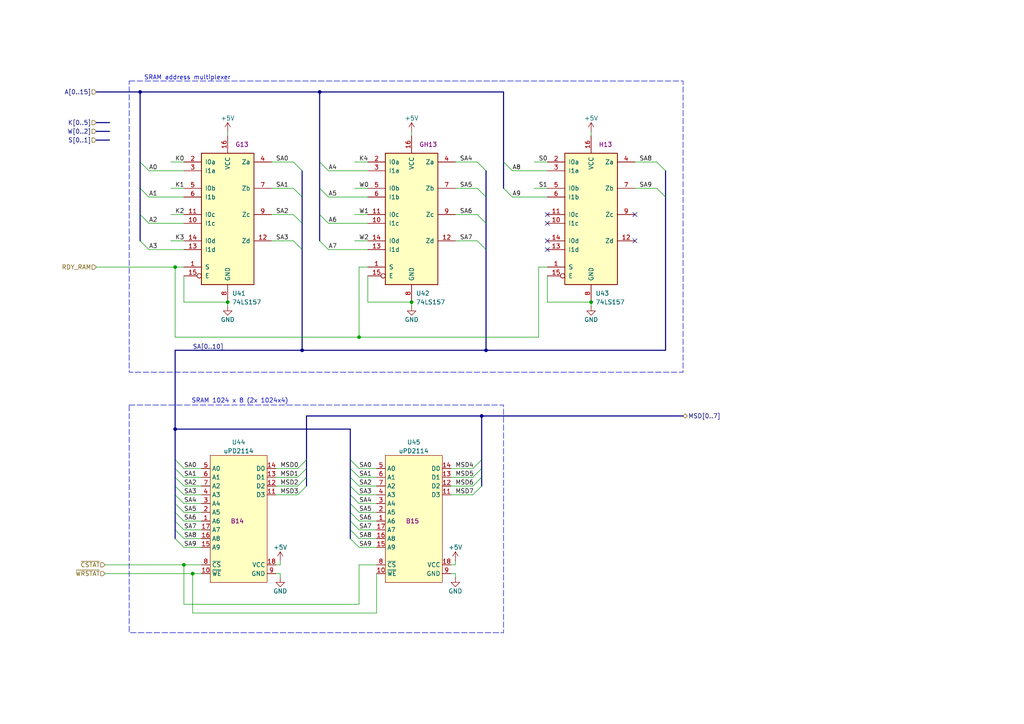
<source format=kicad_sch>
(kicad_sch (version 20250114) (generator "eeschema") (generator_version "9.0")
  (paper "A4")
  (title_block (title "Elwro 800 Junior Rev C - SRAM (video attr) memory") (company "Przemysław Węgrzyn <pwegrzyn@codepainters.com>"))
  (lib_symbols
    (symbol "74xx:74LS157" (pin_names (offset 1.016))
      (property "Reference" "U" (at -7.62 19.05 0))
      (property "Value" "74LS157" (at -7.62 -21.59 0))
      (symbol "74LS157_1_0"
        (pin input line (at -12.7 15.24 0) (length 5.08) (name "I0a") (number "2"))
        (pin input line (at -12.7 12.7 0) (length 5.08) (name "I1a") (number "3"))
        (pin input line (at -12.7 7.62 0) (length 5.08) (name "I0b") (number "5"))
        (pin input line (at -12.7 5.08 0) (length 5.08) (name "I1b") (number "6"))
        (pin input line (at -12.7 0 0) (length 5.08) (name "I0c") (number "11"))
        (pin input line (at -12.7 -2.54 0) (length 5.08) (name "I1c") (number "10"))
        (pin input line (at -12.7 -7.62 0) (length 5.08) (name "I0d") (number "14"))
        (pin input line (at -12.7 -10.16 0) (length 5.08) (name "I1d") (number "13"))
        (pin input line (at -12.7 -15.24 0) (length 5.08) (name "S") (number "1"))
        (pin input inverted (at -12.7 -17.78 0) (length 5.08) (name "E") (number "15"))
        (pin power_in line (at 0 22.86 270) (length 5.08) (name "VCC") (number "16"))
        (pin power_in line (at 0 -25.4 90) (length 5.08) (name "GND") (number "8"))
        (pin output line (at 12.7 15.24 180) (length 5.08) (name "Za") (number "4"))
        (pin output line (at 12.7 7.62 180) (length 5.08) (name "Zb") (number "7"))
        (pin output line (at 12.7 0 180) (length 5.08) (name "Zc") (number "9"))
        (pin output line (at 12.7 -7.62 180) (length 5.08) (name "Zd") (number "12"))
      )
      (symbol "74LS157_1_1"
        (rectangle (start -7.62 17.78) (end 7.62 -20.32) (stroke (width 0.254)) (fill (type background)))
      )
    )
    (symbol "e800j_custom:uPD2114"
      (property "Reference" "U" (at 4.572 1.27 0))
      (symbol "uPD2114_1_1"
        (rectangle (start 0 0) (end 16.51 -36.83) (fill (type background)))
        (pin input line (at -2.54 -3.81 0) (length 2.54) (name "A0") (number "5"))
        (pin input line (at -2.54 -6.35 0) (length 2.54) (name "A1") (number "6"))
        (pin input line (at -2.54 -8.89 0) (length 2.54) (name "A2") (number "7"))
        (pin input line (at -2.54 -11.43 0) (length 2.54) (name "A3") (number "4"))
        (pin input line (at -2.54 -13.97 0) (length 2.54) (name "A4") (number "3"))
        (pin input line (at -2.54 -16.51 0) (length 2.54) (name "A5") (number "2"))
        (pin input line (at -2.54 -19.05 0) (length 2.54) (name "A6") (number "1"))
        (pin input line (at -2.54 -21.59 0) (length 2.54) (name "A7") (number "17"))
        (pin input line (at -2.54 -24.13 0) (length 2.54) (name "A8") (number "16"))
        (pin input line (at -2.54 -26.67 0) (length 2.54) (name "A9") (number "15"))
        (pin input line (at -2.54 -31.75 0) (length 2.54) (name "~{CS}") (number "8"))
        (pin input line (at -2.54 -34.29 0) (length 2.54) (name "~{WE}") (number "10"))
        (pin bidirectional line (at 19.05 -3.81 180) (length 2.54) (name "D0") (number "14"))
        (pin bidirectional line (at 19.05 -6.35 180) (length 2.54) (name "D1") (number "13"))
        (pin bidirectional line (at 19.05 -8.89 180) (length 2.54) (name "D2") (number "12"))
        (pin bidirectional line (at 19.05 -11.43 180) (length 2.54) (name "D3") (number "11"))
        (pin power_in line (at 19.05 -31.75 180) (length 2.54) (name "VCC") (number "18"))
        (pin power_in line (at 19.05 -34.29 180) (length 2.54) (name "GND") (number "9"))
      )
    )
    (symbol "power:+5V" (power) (pin_numbers (hide yes)) (pin_names (offset 0) (hide yes))
      (property "Value" "+5V" (at 0 3.556 0))
      (symbol "+5V_0_1"
        (polyline (pts (xy -0.762 1.27) (xy 0 2.54)))
        (polyline (pts (xy 0 2.54) (xy 0.762 1.27)))
        (polyline (pts (xy 0 0) (xy 0 2.54)))
      )
      (symbol "+5V_1_1"
        (pin power_in line (at 0 0 90) (length 0) (name "~") (number "1"))
      )
    )
    (symbol "power:GND" (power) (pin_numbers (hide yes)) (pin_names (offset 0) (hide yes))
      (property "Value" "GND" (at 0 -3.81 0))
      (symbol "GND_0_1"
        (polyline (pts (xy 0 0) (xy 0 -1.27) (xy 1.27 -1.27) (xy 0 -2.54) (xy -1.27 -1.27) (xy 0 -1.27)))
      )
      (symbol "GND_1_1"
        (pin power_in line (at 0 0 270) (length 0) (name "~") (number "1"))
      )
    )
  )
  (rectangle (start 37.465 117.475) (end 146.05 183.515) (stroke (width 0) (type dash)))
  (rectangle (start 37.465 23.495) (end 198.12 107.95) (stroke (width 0) (type dash)))
  (text "SRAM 1024 x 8 (2x 1024x4)" (at 69.596 116.332 0) (effects (font (size 1.27 1.27))))
  (text "SRAM address multiplexer" (at 54.356 22.606 0) (effects (font (size 1.27 1.27))))
  (junction (at 50.8 124.46))
  (junction (at 104.14 97.79))
  (junction (at 66.04 87.63))
  (junction (at 50.8 77.47))
  (junction (at 92.71 26.67))
  (junction (at 40.64 26.67))
  (junction (at 55.88 166.37))
  (junction (at 140.97 101.6))
  (junction (at 171.45 87.63))
  (junction (at 139.7 120.65))
  (junction (at 53.34 163.83))
  (junction (at 119.38 87.63))
  (junction (at 87.63 101.6))
  (no_connect (at 184.15 62.23))
  (no_connect (at 158.75 72.39))
  (no_connect (at 158.75 64.77))
  (no_connect (at 184.15 69.85))
  (no_connect (at 158.75 62.23))
  (no_connect (at 158.75 69.85))
  (bus_entry (at 92.71 62.23) (size 2.54 2.54))
  (bus_entry (at 92.71 46.99) (size 2.54 2.54))
  (bus_entry (at 138.43 69.85) (size 2.54 2.54))
  (bus_entry (at 85.09 62.23) (size 2.54 2.54))
  (bus_entry (at 190.5 46.99) (size 2.54 2.54))
  (bus_entry (at 50.8 143.51) (size 2.54 2.54))
  (bus_entry (at 137.16 138.43) (size 2.54 -2.54))
  (bus_entry (at 146.05 46.99) (size 2.54 2.54))
  (bus_entry (at 50.8 140.97) (size 2.54 2.54))
  (bus_entry (at 50.8 138.43) (size 2.54 2.54))
  (bus_entry (at 101.6 133.35) (size 2.54 2.54))
  (bus_entry (at 101.6 143.51) (size 2.54 2.54))
  (bus_entry (at 146.05 54.61) (size 2.54 2.54))
  (bus_entry (at 50.8 148.59) (size 2.54 2.54))
  (bus_entry (at 86.36 135.89) (size 2.54 -2.54))
  (bus_entry (at 137.16 140.97) (size 2.54 -2.54))
  (bus_entry (at 101.6 156.21) (size 2.54 2.54))
  (bus_entry (at 40.64 54.61) (size 2.54 2.54))
  (bus_entry (at 101.6 138.43) (size 2.54 2.54))
  (bus_entry (at 50.8 153.67) (size 2.54 2.54))
  (bus_entry (at 101.6 140.97) (size 2.54 2.54))
  (bus_entry (at 40.64 69.85) (size 2.54 2.54))
  (bus_entry (at 101.6 151.13) (size 2.54 2.54))
  (bus_entry (at 101.6 135.89) (size 2.54 2.54))
  (bus_entry (at 40.64 46.99) (size 2.54 2.54))
  (bus_entry (at 101.6 153.67) (size 2.54 2.54))
  (bus_entry (at 190.5 54.61) (size 2.54 2.54))
  (bus_entry (at 50.8 156.21) (size 2.54 2.54))
  (bus_entry (at 92.71 54.61) (size 2.54 2.54))
  (bus_entry (at 86.36 143.51) (size 2.54 -2.54))
  (bus_entry (at 101.6 148.59) (size 2.54 2.54))
  (bus_entry (at 85.09 54.61) (size 2.54 2.54))
  (bus_entry (at 50.8 151.13) (size 2.54 2.54))
  (bus_entry (at 86.36 140.97) (size 2.54 -2.54))
  (bus_entry (at 85.09 69.85) (size 2.54 2.54))
  (bus_entry (at 86.36 138.43) (size 2.54 -2.54))
  (bus_entry (at 138.43 46.99) (size 2.54 2.54))
  (bus_entry (at 137.16 135.89) (size 2.54 -2.54))
  (bus_entry (at 50.8 146.05) (size 2.54 2.54))
  (bus_entry (at 85.09 46.99) (size 2.54 2.54))
  (bus_entry (at 92.71 69.85) (size 2.54 2.54))
  (bus_entry (at 50.8 133.35) (size 2.54 2.54))
  (bus_entry (at 138.43 62.23) (size 2.54 2.54))
  (bus_entry (at 50.8 135.89) (size 2.54 2.54))
  (bus_entry (at 138.43 54.61) (size 2.54 2.54))
  (bus_entry (at 137.16 143.51) (size 2.54 -2.54))
  (bus_entry (at 101.6 146.05) (size 2.54 2.54))
  (bus_entry (at 40.64 62.23) (size 2.54 2.54))
  (wire (pts (xy 78.74 69.85) (xy 85.09 69.85)))
  (bus (pts (xy 88.9 140.97) (xy 88.9 138.43)))
  (wire (pts (xy 104.14 135.89) (xy 109.22 135.89)))
  (wire (pts (xy 80.01 163.83) (xy 81.28 163.83)))
  (wire (pts (xy 104.14 158.75) (xy 109.22 158.75)))
  (wire (pts (xy 50.8 77.47) (xy 50.8 97.79)))
  (bus (pts (xy 101.6 143.51) (xy 101.6 140.97)))
  (bus (pts (xy 101.6 135.89) (xy 101.6 133.35)))
  (wire (pts (xy 55.88 177.8) (xy 55.88 166.37)))
  (bus (pts (xy 139.7 133.35) (xy 139.7 135.89)))
  (wire (pts (xy 130.81 143.51) (xy 137.16 143.51)))
  (bus (pts (xy 101.6 146.05) (xy 101.6 143.51)))
  (bus (pts (xy 50.8 143.51) (xy 50.8 146.05)))
  (bus (pts (xy 50.8 101.6) (xy 50.8 124.46)))
  (wire (pts (xy 109.22 177.8) (xy 55.88 177.8)))
  (bus (pts (xy 101.6 140.97) (xy 101.6 138.43)))
  (wire (pts (xy 132.08 167.64) (xy 132.08 166.37)))
  (bus (pts (xy 140.97 72.39) (xy 140.97 101.6)))
  (wire (pts (xy 132.08 163.83) (xy 132.08 162.56)))
  (wire (pts (xy 49.53 46.99) (xy 53.34 46.99)))
  (bus (pts (xy 101.6 124.46) (xy 50.8 124.46)))
  (wire (pts (xy 43.18 64.77) (xy 53.34 64.77)))
  (bus (pts (xy 87.63 72.39) (xy 87.63 101.6)))
  (wire (pts (xy 132.08 69.85) (xy 138.43 69.85)))
  (bus (pts (xy 193.04 57.15) (xy 193.04 101.6)))
  (wire (pts (xy 104.14 77.47) (xy 106.68 77.47)))
  (wire (pts (xy 66.04 38.1) (xy 66.04 39.37)))
  (bus (pts (xy 27.94 35.56) (xy 31.75 35.56)))
  (bus (pts (xy 101.6 151.13) (xy 101.6 148.59)))
  (wire (pts (xy 55.88 166.37) (xy 58.42 166.37)))
  (wire (pts (xy 104.14 143.51) (xy 109.22 143.51)))
  (wire (pts (xy 95.25 72.39) (xy 106.68 72.39)))
  (wire (pts (xy 53.34 87.63) (xy 66.04 87.63)))
  (wire (pts (xy 50.8 77.47) (xy 53.34 77.47)))
  (wire (pts (xy 184.15 46.99) (xy 190.5 46.99)))
  (wire (pts (xy 78.74 46.99) (xy 85.09 46.99)))
  (wire (pts (xy 53.34 138.43) (xy 58.42 138.43)))
  (wire (pts (xy 130.81 163.83) (xy 132.08 163.83)))
  (wire (pts (xy 81.28 163.83) (xy 81.28 162.56)))
  (wire (pts (xy 109.22 163.83) (xy 104.14 163.83)))
  (bus (pts (xy 50.8 135.89) (xy 50.8 138.43)))
  (bus (pts (xy 88.9 133.35) (xy 88.9 120.65)))
  (bus (pts (xy 193.04 49.53) (xy 193.04 57.15)))
  (wire (pts (xy 184.15 54.61) (xy 190.5 54.61)))
  (bus (pts (xy 87.63 49.53) (xy 87.63 57.15)))
  (wire (pts (xy 156.21 77.47) (xy 156.21 97.79)))
  (wire (pts (xy 43.18 49.53) (xy 53.34 49.53)))
  (wire (pts (xy 104.14 148.59) (xy 109.22 148.59)))
  (bus (pts (xy 87.63 64.77) (xy 87.63 72.39)))
  (wire (pts (xy 132.08 46.99) (xy 138.43 46.99)))
  (wire (pts (xy 53.34 163.83) (xy 58.42 163.83)))
  (wire (pts (xy 104.14 156.21) (xy 109.22 156.21)))
  (wire (pts (xy 30.48 166.37) (xy 55.88 166.37)))
  (wire (pts (xy 102.87 46.99) (xy 106.68 46.99)))
  (wire (pts (xy 158.75 87.63) (xy 171.45 87.63)))
  (wire (pts (xy 49.53 54.61) (xy 53.34 54.61)))
  (wire (pts (xy 171.45 38.1) (xy 171.45 39.37)))
  (wire (pts (xy 53.34 143.51) (xy 58.42 143.51)))
  (bus (pts (xy 101.6 156.21) (xy 101.6 153.67)))
  (wire (pts (xy 104.14 97.79) (xy 50.8 97.79)))
  (wire (pts (xy 109.22 166.37) (xy 109.22 177.8)))
  (bus (pts (xy 101.6 138.43) (xy 101.6 135.89)))
  (wire (pts (xy 104.14 153.67) (xy 109.22 153.67)))
  (bus (pts (xy 139.7 120.65) (xy 139.7 133.35)))
  (wire (pts (xy 53.34 153.67) (xy 58.42 153.67)))
  (bus (pts (xy 139.7 135.89) (xy 139.7 138.43)))
  (bus (pts (xy 50.8 153.67) (xy 50.8 156.21)))
  (wire (pts (xy 81.28 167.64) (xy 81.28 166.37)))
  (wire (pts (xy 49.53 69.85) (xy 53.34 69.85)))
  (bus (pts (xy 146.05 26.67) (xy 146.05 46.99)))
  (wire (pts (xy 27.94 77.47) (xy 50.8 77.47)))
  (bus (pts (xy 50.8 124.46) (xy 50.8 133.35)))
  (wire (pts (xy 104.14 175.26) (xy 53.34 175.26)))
  (wire (pts (xy 80.01 143.51) (xy 86.36 143.51)))
  (bus (pts (xy 87.63 101.6) (xy 50.8 101.6)))
  (wire (pts (xy 53.34 140.97) (xy 58.42 140.97)))
  (wire (pts (xy 132.08 54.61) (xy 138.43 54.61)))
  (bus (pts (xy 140.97 57.15) (xy 140.97 64.77)))
  (wire (pts (xy 49.53 62.23) (xy 53.34 62.23)))
  (bus (pts (xy 146.05 46.99) (xy 146.05 54.61)))
  (wire (pts (xy 158.75 80.01) (xy 158.75 87.63)))
  (wire (pts (xy 106.68 87.63) (xy 119.38 87.63)))
  (wire (pts (xy 43.18 72.39) (xy 53.34 72.39)))
  (wire (pts (xy 106.68 80.01) (xy 106.68 87.63)))
  (bus (pts (xy 88.9 120.65) (xy 139.7 120.65)))
  (wire (pts (xy 156.21 97.79) (xy 104.14 97.79)))
  (wire (pts (xy 30.48 163.83) (xy 53.34 163.83)))
  (bus (pts (xy 92.71 46.99) (xy 92.71 54.61)))
  (bus (pts (xy 87.63 101.6) (xy 140.97 101.6)))
  (bus (pts (xy 50.8 133.35) (xy 50.8 135.89)))
  (bus (pts (xy 140.97 64.77) (xy 140.97 72.39)))
  (wire (pts (xy 53.34 148.59) (xy 58.42 148.59)))
  (bus (pts (xy 101.6 148.59) (xy 101.6 146.05)))
  (wire (pts (xy 104.14 163.83) (xy 104.14 175.26)))
  (bus (pts (xy 40.64 26.67) (xy 40.64 46.99)))
  (wire (pts (xy 104.14 97.79) (xy 104.14 77.47)))
  (bus (pts (xy 88.9 138.43) (xy 88.9 135.89)))
  (wire (pts (xy 148.59 49.53) (xy 158.75 49.53)))
  (wire (pts (xy 158.75 77.47) (xy 156.21 77.47)))
  (wire (pts (xy 95.25 57.15) (xy 106.68 57.15)))
  (bus (pts (xy 87.63 57.15) (xy 87.63 64.77)))
  (wire (pts (xy 53.34 151.13) (xy 58.42 151.13)))
  (wire (pts (xy 53.34 146.05) (xy 58.42 146.05)))
  (wire (pts (xy 104.14 146.05) (xy 109.22 146.05)))
  (wire (pts (xy 53.34 158.75) (xy 58.42 158.75)))
  (bus (pts (xy 27.94 38.1) (xy 31.75 38.1)))
  (bus (pts (xy 139.7 138.43) (xy 139.7 140.97)))
  (wire (pts (xy 148.59 57.15) (xy 158.75 57.15)))
  (wire (pts (xy 104.14 140.97) (xy 109.22 140.97)))
  (bus (pts (xy 139.7 120.65) (xy 198.12 120.65)))
  (wire (pts (xy 80.01 135.89) (xy 86.36 135.89)))
  (bus (pts (xy 101.6 133.35) (xy 101.6 124.46)))
  (wire (pts (xy 53.34 156.21) (xy 58.42 156.21)))
  (wire (pts (xy 130.81 135.89) (xy 137.16 135.89)))
  (wire (pts (xy 154.94 54.61) (xy 158.75 54.61)))
  (bus (pts (xy 92.71 54.61) (xy 92.71 62.23)))
  (bus (pts (xy 50.8 138.43) (xy 50.8 140.97)))
  (wire (pts (xy 95.25 49.53) (xy 106.68 49.53)))
  (wire (pts (xy 130.81 140.97) (xy 137.16 140.97)))
  (wire (pts (xy 102.87 54.61) (xy 106.68 54.61)))
  (wire (pts (xy 80.01 140.97) (xy 86.36 140.97)))
  (wire (pts (xy 154.94 46.99) (xy 158.75 46.99)))
  (bus (pts (xy 40.64 69.85) (xy 40.64 62.23)))
  (wire (pts (xy 102.87 69.85) (xy 106.68 69.85)))
  (wire (pts (xy 95.25 64.77) (xy 106.68 64.77)))
  (wire (pts (xy 78.74 62.23) (xy 85.09 62.23)))
  (bus (pts (xy 50.8 140.97) (xy 50.8 143.51)))
  (wire (pts (xy 132.08 166.37) (xy 130.81 166.37)))
  (wire (pts (xy 130.81 138.43) (xy 137.16 138.43)))
  (bus (pts (xy 88.9 135.89) (xy 88.9 133.35)))
  (wire (pts (xy 53.34 80.01) (xy 53.34 87.63)))
  (bus (pts (xy 40.64 54.61) (xy 40.64 46.99)))
  (wire (pts (xy 80.01 138.43) (xy 86.36 138.43)))
  (bus (pts (xy 40.64 26.67) (xy 92.71 26.67)))
  (bus (pts (xy 92.71 26.67) (xy 146.05 26.67)))
  (bus (pts (xy 27.94 40.64) (xy 31.75 40.64)))
  (bus (pts (xy 140.97 49.53) (xy 140.97 57.15)))
  (wire (pts (xy 132.08 62.23) (xy 138.43 62.23)))
  (wire (pts (xy 104.14 151.13) (xy 109.22 151.13)))
  (bus (pts (xy 40.64 62.23) (xy 40.64 54.61)))
  (bus (pts (xy 50.8 151.13) (xy 50.8 153.67)))
  (wire (pts (xy 53.34 175.26) (xy 53.34 163.83)))
  (wire (pts (xy 119.38 87.63) (xy 119.38 88.9)))
  (bus (pts (xy 50.8 148.59) (xy 50.8 151.13)))
  (wire (pts (xy 78.74 54.61) (xy 85.09 54.61)))
  (wire (pts (xy 81.28 166.37) (xy 80.01 166.37)))
  (wire (pts (xy 53.34 135.89) (xy 58.42 135.89)))
  (wire (pts (xy 104.14 138.43) (xy 109.22 138.43)))
  (bus (pts (xy 50.8 146.05) (xy 50.8 148.59)))
  (wire (pts (xy 43.18 57.15) (xy 53.34 57.15)))
  (bus (pts (xy 140.97 101.6) (xy 193.04 101.6)))
  (bus (pts (xy 27.94 26.67) (xy 40.64 26.67)))
  (wire (pts (xy 171.45 87.63) (xy 171.45 88.9)))
  (wire (pts (xy 119.38 38.1) (xy 119.38 39.37)))
  (bus (pts (xy 101.6 153.67) (xy 101.6 151.13)))
  (bus (pts (xy 92.71 62.23) (xy 92.71 69.85)))
  (bus (pts (xy 92.71 26.67) (xy 92.71 46.99)))
  (wire (pts (xy 102.87 62.23) (xy 106.68 62.23)))
  (wire (pts (xy 66.04 87.63) (xy 66.04 88.9)))
  (label "SA8" (at 53.34 156.21 0))
  (label "S1" (at 156.21 54.61 0))
  (label "SA3" (at 80.01 69.85 0))
  (label "MSD7" (at 132.08 143.51 0))
  (label "MSD2" (at 81.28 140.97 0))
  (label "A5" (at 95.25 57.15 0))
  (label "SA0" (at 80.01 46.99 0))
  (label "SA7" (at 53.34 153.67 0))
  (label "SA0" (at 53.34 135.89 0))
  (label "A6" (at 95.25 64.77 0))
  (label "S0" (at 156.21 46.99 0))
  (label "A2" (at 43.18 64.77 0))
  (label "W0" (at 104.14 54.61 0))
  (label "SA[0..10]" (at 55.88 101.6 0))
  (label "MSD6" (at 132.08 140.97 0))
  (label "SA6" (at 104.14 151.13 0))
  (label "SA3" (at 104.14 143.51 0))
  (label "SA4" (at 133.35 46.99 0))
  (label "SA3" (at 53.34 143.51 0))
  (label "SA4" (at 104.14 146.05 0))
  (label "SA2" (at 104.14 140.97 0))
  (label "SA9" (at 185.42 54.61 0))
  (label "SA4" (at 53.34 146.05 0))
  (label "A4" (at 95.25 49.53 0))
  (label "SA8" (at 185.42 46.99 0))
  (label "SA9" (at 53.34 158.75 0))
  (label "SA5" (at 104.14 148.59 0))
  (label "SA8" (at 104.14 156.21 0))
  (label "SA1" (at 53.34 138.43 0))
  (label "MSD0" (at 81.28 135.89 0))
  (label "SA1" (at 80.01 54.61 0))
  (label "K0" (at 50.8 46.99 0))
  (label "A3" (at 43.18 72.39 0))
  (label "MSD4" (at 132.08 135.89 0))
  (label "K4" (at 104.14 46.99 0))
  (label "MSD1" (at 81.28 138.43 0))
  (label "A1" (at 43.18 57.15 0))
  (label "SA5" (at 133.35 54.61 0))
  (label "W2" (at 104.14 69.85 0))
  (label "SA2" (at 80.01 62.23 0))
  (label "A7" (at 95.25 72.39 0))
  (label "MSD5" (at 132.08 138.43 0))
  (label "K3" (at 50.8 69.85 0))
  (label "SA9" (at 104.14 158.75 0))
  (label "K1" (at 50.8 54.61 0))
  (label "A9" (at 148.59 57.15 0))
  (label "SA2" (at 53.34 140.97 0))
  (label "MSD3" (at 81.28 143.51 0))
  (label "SA5" (at 53.34 148.59 0))
  (label "A8" (at 148.59 49.53 0))
  (label "W1" (at 104.14 62.23 0))
  (label "SA0" (at 104.14 135.89 0))
  (label "SA7" (at 133.35 69.85 0))
  (label "SA7" (at 104.14 153.67 0))
  (label "A0" (at 43.18 49.53 0))
  (label "K2" (at 50.8 62.23 0))
  (label "SA1" (at 104.14 138.43 0))
  (label "SA6" (at 53.34 151.13 0))
  (label "SA6" (at 133.35 62.23 0))
  (hierarchical_label "A[0..15]" (shape input) (at 27.94 26.67 180))
  (hierarchical_label "W[0..2]" (shape input) (at 27.94 38.1 180))
  (hierarchical_label "RDY_RAM" (shape input) (at 27.94 77.47 180))
  (hierarchical_label "MSD[0..7]" (shape bidirectional) (at 198.12 120.65 0))
  (hierarchical_label "S[0..1]" (shape input) (at 27.94 40.64 180))
  (hierarchical_label "K[0..5]" (shape input) (at 27.94 35.56 180))
  (hierarchical_label "~{WRSTAT}" (shape input) (at 30.48 166.37 180))
  (hierarchical_label "~{CSTAT}" (shape input) (at 30.48 163.83 180))
  (symbol (lib_id "power:GND") (at 132.08 167.64 0) (unit 1)
    (property "Reference" "#PWR0111" (effects (hide yes)))
    (property "Value" "GND" (at 132.08 171.45 0))
    (property "Description" "Power symbol creates a global label with name \"GND\" , ground" (effects (hide yes)))
  )
  (symbol (lib_id "74xx:74LS157") (at 171.45 62.23 0) (unit 1)
    (property "Reference" "U43" (at 172.72 85.09 0) (effects (justify left)))
    (property "Value" "74LS157" (at 172.72 87.63 0) (effects (justify left)))
    (property "Footprint" "e800j_custom:DIP16_300" (effects (hide yes)))
    (property "Datasheet" "http://www.ti.com/lit/gpn/sn74LS157" (effects (hide yes)))
    (property "Description" "Quad 2 to 1 line Multiplexer" (effects (hide yes)))
    (property "OrigRef" "H13" (at 173.6441 41.91 0) (effects (justify left)))
    (property "OrigType" "UCY74LS157A" (effects (hide yes)))
  )
  (symbol (lib_id "e800j_custom:uPD2114") (at 60.96 132.08 0) (unit 1)
    (property "Reference" "U44" (at 69.215 128.27 0))
    (property "Value" "uPD2114" (at 69.215 130.81 0))
    (property "Footprint" "e800j_custom:DIP18_300" (effects (hide yes)))
    (property "OrigRef" "B14" (at 68.834 151.13 0))
    (property "OrigType" "U214D20" (effects (hide yes)))
  )
  (symbol (lib_id "74xx:74LS157") (at 66.04 62.23 0) (unit 1)
    (property "Reference" "U41" (at 67.31 85.09 0) (effects (justify left)))
    (property "Value" "74LS157" (at 67.31 87.63 0) (effects (justify left)))
    (property "Footprint" "e800j_custom:DIP16_300" (effects (hide yes)))
    (property "Datasheet" "http://www.ti.com/lit/gpn/sn74LS157" (effects (hide yes)))
    (property "Description" "Quad 2 to 1 line Multiplexer" (effects (hide yes)))
    (property "OrigRef" "G13" (at 68.2341 41.91 0) (effects (justify left)))
    (property "OrigType" "UCY74LS157A" (effects (hide yes)))
  )
  (symbol (lib_id "74xx:74LS157") (at 119.38 62.23 0) (unit 1)
    (property "Reference" "U42" (at 120.65 85.09 0) (effects (justify left)))
    (property "Value" "74LS157" (at 120.65 87.63 0) (effects (justify left)))
    (property "Footprint" "e800j_custom:DIP16_300" (effects (hide yes)))
    (property "Datasheet" "http://www.ti.com/lit/gpn/sn74LS157" (effects (hide yes)))
    (property "Description" "Quad 2 to 1 line Multiplexer" (effects (hide yes)))
    (property "OrigRef" "GH13" (at 121.5741 41.91 0) (effects (justify left)))
    (property "OrigType" "UCY74LS157A" (effects (hide yes)))
  )
  (symbol (lib_id "power:+5V") (at 66.04 38.1 0) (unit 1)
    (property "Reference" "#PWR0107" (effects (hide yes)))
    (property "Value" "+5V" (at 66.04 34.29 0))
    (property "Description" "Power symbol creates a global label with name \"+5V\"" (effects (hide yes)))
  )
  (symbol (lib_id "power:GND") (at 81.28 167.64 0) (unit 1)
    (property "Reference" "#PWR0110" (effects (hide yes)))
    (property "Value" "GND" (at 81.28 171.45 0))
    (property "Description" "Power symbol creates a global label with name \"GND\" , ground" (effects (hide yes)))
  )
  (symbol (lib_id "power:+5V") (at 171.45 38.1 0) (unit 1)
    (property "Reference" "#PWR0109" (effects (hide yes)))
    (property "Value" "+5V" (at 171.45 34.29 0))
    (property "Description" "Power symbol creates a global label with name \"+5V\"" (effects (hide yes)))
  )
  (symbol (lib_id "power:GND") (at 171.45 88.9 0) (unit 1)
    (property "Reference" "#PWR0104" (effects (hide yes)))
    (property "Value" "GND" (at 171.45 92.71 0))
    (property "Description" "Power symbol creates a global label with name \"GND\" , ground" (effects (hide yes)))
  )
  (symbol (lib_id "power:+5V") (at 119.38 38.1 0) (unit 1)
    (property "Reference" "#PWR0108" (effects (hide yes)))
    (property "Value" "+5V" (at 119.38 34.29 0))
    (property "Description" "Power symbol creates a global label with name \"+5V\"" (effects (hide yes)))
  )
  (symbol (lib_id "power:+5V") (at 132.08 162.56 0) (unit 1)
    (property "Reference" "#PWR0113" (effects (hide yes)))
    (property "Value" "+5V" (at 132.08 158.75 0))
    (property "Description" "Power symbol creates a global label with name \"+5V\"" (effects (hide yes)))
  )
  (symbol (lib_id "power:GND") (at 66.04 88.9 0) (unit 1)
    (property "Reference" "#PWR0106" (effects (hide yes)))
    (property "Value" "GND" (at 66.04 92.71 0))
    (property "Description" "Power symbol creates a global label with name \"GND\" , ground" (effects (hide yes)))
  )
  (symbol (lib_id "power:+5V") (at 81.28 162.56 0) (unit 1)
    (property "Reference" "#PWR0112" (effects (hide yes)))
    (property "Value" "+5V" (at 81.28 158.75 0))
    (property "Description" "Power symbol creates a global label with name \"+5V\"" (effects (hide yes)))
  )
  (symbol (lib_id "e800j_custom:uPD2114") (at 111.76 132.08 0) (unit 1)
    (property "Reference" "U45" (at 120.015 128.27 0))
    (property "Value" "uPD2114" (at 120.015 130.81 0))
    (property "Footprint" "e800j_custom:DIP18_300" (effects (hide yes)))
    (property "Description" "B15" (effects (hide yes)))
    (property "OrigRef" "B15" (at 119.634 151.13 0))
    (property "OrigType" "U214D20" (effects (hide yes)))
  )
  (symbol (lib_id "power:GND") (at 119.38 88.9 0) (unit 1)
    (property "Reference" "#PWR0105" (effects (hide yes)))
    (property "Value" "GND" (at 119.38 92.71 0))
    (property "Description" "Power symbol creates a global label with name \"GND\" , ground" (effects (hide yes)))
  )
)
</source>
